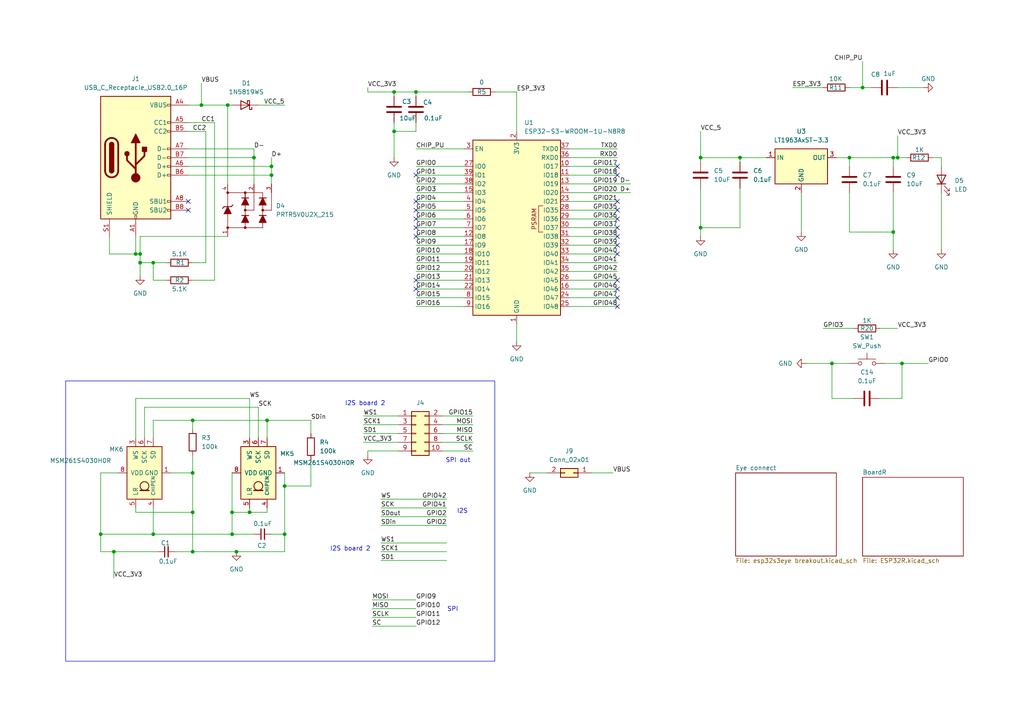
<source format=kicad_sch>
(kicad_sch (version 20231120) (generator "eeschema") (generator_version "8.0")
  (paper "A4")
  (title_block (title "ESP32 S3 IRL Subtitles Glasses") (rev "3.1") (comment 1 "Right Board"))
  (lib_symbols
    (symbol "CMM-4030D-261-I2S-TR:CMM-4030D-261-I2S-TR" (pin_names (offset 1.016))
      (property "Reference" "MK" (at -6.35 4.826 0))
      (property "Value" "CMM-4030D-261-I2S-TR" (at 2.794 -9.144 0))
      (symbol "CMM-4030D-261-I2S-TR_1_0"
        (pin input line (at -8.89 -3.81 0) (length 2.54) (name "CHIPEN") (number "4"))
      )
      (symbol "CMM-4030D-261-I2S-TR_1_1"
        (rectangle (start -6.35 3.81) (end 8.89 -6.35) (stroke (width 0.254)) (fill (type background)))
        (circle (center -2.54 -1.27) (radius 1.27) (stroke (width 0.254)))
        (polyline (pts (xy -3.81 0) (xy -3.81 -2.54)) (stroke (width 0.381)))
        (pin power_in line (at 1.27 -8.89 90) (length 2.54) (name "GND") (number "1"))
        (pin input line (at 11.43 1.27 180) (length 2.54) (name "WS") (number "3"))
        (pin input line (at -8.89 1.27 0) (length 2.54) (name "LR") (number "5"))
        (pin input line (at 11.43 -1.27 180) (length 2.54) (name "SCK") (number "6"))
        (pin output line (at 11.43 -3.81 180) (length 2.54) (name "SD") (number "7"))
        (pin power_in line (at 1.27 6.35 270) (length 2.54) (name "VDD") (number "8"))
      )
    )
    (symbol "CMM-4030D-261-I2S-TR_1" (pin_names (offset 1.016))
      (property "Reference" "MK" (at -6.35 4.826 0))
      (property "Value" "CMM-4030D-261-I2S-TR" (at 2.794 -9.144 0))
      (symbol "CMM-4030D-261-I2S-TR_1_1_0"
        (pin input line (at -8.89 -3.81 0) (length 2.54) (name "CHIPEN") (number "4"))
      )
      (symbol "CMM-4030D-261-I2S-TR_1_1_1"
        (rectangle (start -6.35 3.81) (end 8.89 -6.35) (stroke (width 0.254)) (fill (type background)))
        (circle (center -2.54 -1.27) (radius 1.27) (stroke (width 0.254)))
        (polyline (pts (xy -3.81 0) (xy -3.81 -2.54)) (stroke (width 0.381)))
        (pin power_in line (at 1.27 -8.89 90) (length 2.54) (name "GND") (number "1"))
        (pin input line (at 11.43 1.27 180) (length 2.54) (name "WS") (number "3"))
        (pin input line (at -8.89 1.27 0) (length 2.54) (name "LR") (number "5"))
        (pin input line (at 11.43 -1.27 180) (length 2.54) (name "SCK") (number "6"))
        (pin output line (at 11.43 -3.81 180) (length 2.54) (name "SD") (number "7"))
        (pin power_in line (at 1.27 6.35 270) (length 2.54) (name "VDD") (number "8"))
      )
    )
    (symbol "Connector:USB_C_Receptacle_USB2.0_16P" (pin_names (offset 1.016))
      (property "Reference" "J" (at 0 22.225 0))
      (property "Value" "USB_C_Receptacle_USB2.0_16P" (at 0 19.685 0))
      (symbol "USB_C_Receptacle_USB2.0_16P_0_0"
        (rectangle (start -0.254 -17.78) (end 0.254 -16.764))
        (rectangle (start 10.16 -14.986) (end 9.144 -15.494))
        (rectangle (start 10.16 -12.446) (end 9.144 -12.954))
        (rectangle (start 10.16 -4.826) (end 9.144 -5.334))
        (rectangle (start 10.16 -2.286) (end 9.144 -2.794))
        (rectangle (start 10.16 0.254) (end 9.144 -0.254))
        (rectangle (start 10.16 2.794) (end 9.144 2.286))
        (rectangle (start 10.16 7.874) (end 9.144 7.366))
        (rectangle (start 10.16 10.414) (end 9.144 9.906))
        (rectangle (start 10.16 15.494) (end 9.144 14.986))
      )
      (symbol "USB_C_Receptacle_USB2.0_16P_0_1"
        (rectangle (start -10.16 17.78) (end 10.16 -17.78) (stroke (width 0.254)) (fill (type background)))
        (arc (start -8.89 -3.81) (mid -6.985 -5.7067) (end -5.08 -3.81) (stroke (width 0.508)))
        (arc (start -7.62 -3.81) (mid -6.985 -4.4423) (end -6.35 -3.81) (stroke (width 0.254)))
        (arc (start -7.62 -3.81) (mid -6.985 -4.4423) (end -6.35 -3.81) (stroke (width 0.254)) (fill (type outline)))
        (rectangle (start -7.62 -3.81) (end -6.35 3.81) (stroke (width 0.254)) (fill (type outline)))
        (arc (start -6.35 3.81) (mid -6.985 4.4423) (end -7.62 3.81) (stroke (width 0.254)))
        (arc (start -6.35 3.81) (mid -6.985 4.4423) (end -7.62 3.81) (stroke (width 0.254)) (fill (type outline)))
        (arc (start -5.08 3.81) (mid -6.985 5.7067) (end -8.89 3.81) (stroke (width 0.508)))
        (circle (center -2.54 1.143) (radius 0.635) (stroke (width 0.254)) (fill (type outline)))
        (circle (center 0 -5.842) (radius 1.27) (fill (type outline)))
        (polyline (pts (xy -8.89 -3.81) (xy -8.89 3.81)) (stroke (width 0.508)))
        (polyline (pts (xy -5.08 3.81) (xy -5.08 -3.81)) (stroke (width 0.508)))
        (polyline (pts (xy 0 -5.842) (xy 0 4.318)) (stroke (width 0.508)))
        (polyline (pts (xy 0 -3.302) (xy -2.54 -0.762) (xy -2.54 0.508)) (stroke (width 0.508)))
        (polyline (pts (xy 0 -2.032) (xy 2.54 0.508) (xy 2.54 1.778)) (stroke (width 0.508)))
        (polyline (pts (xy -1.27 4.318) (xy 0 6.858) (xy 1.27 4.318) (xy -1.27 4.318)) (stroke (width 0.254)) (fill (type outline)))
        (rectangle (start 1.905 1.778) (end 3.175 3.048) (stroke (width 0.254)) (fill (type outline)))
      )
      (symbol "USB_C_Receptacle_USB2.0_16P_1_1"
        (pin passive line (at 0 -22.86 90) (length 5.08) (name "GND") (number "A1"))
        (pin passive line (at 0 -22.86 90) (length 5.08) hide (name "GND") (number "A12"))
        (pin passive line (at 15.24 15.24 180) (length 5.08) (name "VBUS") (number "A4"))
        (pin bidirectional line (at 15.24 10.16 180) (length 5.08) (name "CC1") (number "A5"))
        (pin bidirectional line (at 15.24 -2.54 180) (length 5.08) (name "D+") (number "A6"))
        (pin bidirectional line (at 15.24 2.54 180) (length 5.08) (name "D-") (number "A7"))
        (pin bidirectional line (at 15.24 -12.7 180) (length 5.08) (name "SBU1") (number "A8"))
        (pin passive line (at 15.24 15.24 180) (length 5.08) hide (name "VBUS") (number "A9"))
        (pin passive line (at 0 -22.86 90) (length 5.08) hide (name "GND") (number "B1"))
        (pin passive line (at 0 -22.86 90) (length 5.08) hide (name "GND") (number "B12"))
        (pin passive line (at 15.24 15.24 180) (length 5.08) hide (name "VBUS") (number "B4"))
        (pin bidirectional line (at 15.24 7.62 180) (length 5.08) (name "CC2") (number "B5"))
        (pin bidirectional line (at 15.24 -5.08 180) (length 5.08) (name "D+") (number "B6"))
        (pin bidirectional line (at 15.24 0 180) (length 5.08) (name "D-") (number "B7"))
        (pin bidirectional line (at 15.24 -15.24 180) (length 5.08) (name "SBU2") (number "B8"))
        (pin passive line (at 15.24 15.24 180) (length 5.08) hide (name "VBUS") (number "B9"))
        (pin passive line (at -7.62 -22.86 90) (length 5.08) (name "SHIELD") (number "S1"))
      )
    )
    (symbol "Connector_Generic:Conn_02x01" (pin_names (offset 1.016) hide)
      (property "Reference" "J" (at 1.27 2.54 0))
      (property "Value" "Conn_02x01" (at 1.27 -2.54 0))
      (symbol "Conn_02x01_1_1"
        (rectangle (start -1.27 0.127) (end 0 -0.127) (stroke (width 0.1524)))
        (rectangle (start -1.27 1.27) (end 3.81 -1.27) (stroke (width 0.254)) (fill (type background)))
        (rectangle (start 3.81 0.127) (end 2.54 -0.127) (stroke (width 0.1524)))
        (pin passive line (at -5.08 0 0) (length 3.81) (name "Pin_1") (number "1"))
        (pin passive line (at 7.62 0 180) (length 3.81) (name "Pin_2") (number "2"))
      )
    )
    (symbol "Connector_Generic:Conn_02x05_Odd_Even" (pin_names (offset 1.016) hide)
      (property "Reference" "J" (at 1.27 7.62 0))
      (property "Value" "Conn_02x05_Odd_Even" (at 1.27 -7.62 0))
      (symbol "Conn_02x05_Odd_Even_1_1"
        (rectangle (start -1.27 -4.953) (end 0 -5.207) (stroke (width 0.1524)))
        (rectangle (start -1.27 -2.413) (end 0 -2.667) (stroke (width 0.1524)))
        (rectangle (start -1.27 0.127) (end 0 -0.127) (stroke (width 0.1524)))
        (rectangle (start -1.27 2.667) (end 0 2.413) (stroke (width 0.1524)))
        (rectangle (start -1.27 5.207) (end 0 4.953) (stroke (width 0.1524)))
        (rectangle (start -1.27 6.35) (end 3.81 -6.35) (stroke (width 0.254)) (fill (type background)))
        (rectangle (start 3.81 -4.953) (end 2.54 -5.207) (stroke (width 0.1524)))
        (rectangle (start 3.81 -2.413) (end 2.54 -2.667) (stroke (width 0.1524)))
        (rectangle (start 3.81 0.127) (end 2.54 -0.127) (stroke (width 0.1524)))
        (rectangle (start 3.81 2.667) (end 2.54 2.413) (stroke (width 0.1524)))
        (rectangle (start 3.81 5.207) (end 2.54 4.953) (stroke (width 0.1524)))
        (pin passive line (at -5.08 5.08 0) (length 3.81) (name "Pin_1") (number "1"))
        (pin passive line (at 7.62 -5.08 180) (length 3.81) (name "Pin_10") (number "10"))
        (pin passive line (at 7.62 5.08 180) (length 3.81) (name "Pin_2") (number "2"))
        (pin passive line (at -5.08 2.54 0) (length 3.81) (name "Pin_3") (number "3"))
        (pin passive line (at 7.62 2.54 180) (length 3.81) (name "Pin_4") (number "4"))
        (pin passive line (at -5.08 0 0) (length 3.81) (name "Pin_5") (number "5"))
        (pin passive line (at 7.62 0 180) (length 3.81) (name "Pin_6") (number "6"))
        (pin passive line (at -5.08 -2.54 0) (length 3.81) (name "Pin_7") (number "7"))
        (pin passive line (at 7.62 -2.54 180) (length 3.81) (name "Pin_8") (number "8"))
        (pin passive line (at -5.08 -5.08 0) (length 3.81) (name "Pin_9") (number "9"))
      )
    )
    (symbol "Device:C" (pin_numbers hide) (pin_names (offset 0.254))
      (property "Reference" "C" (at 0.635 2.54 0))
      (property "Value" "C" (at 0.635 -2.54 0))
      (symbol "C_0_1"
        (polyline (pts (xy -2.032 -0.762) (xy 2.032 -0.762)) (stroke (width 0.508)))
        (polyline (pts (xy -2.032 0.762) (xy 2.032 0.762)) (stroke (width 0.508)))
      )
      (symbol "C_1_1"
        (pin passive line (at 0 3.81 270) (length 2.794) (name "~") (number "1"))
        (pin passive line (at 0 -3.81 90) (length 2.794) (name "~") (number "2"))
      )
    )
    (symbol "Device:C_Small" (pin_numbers hide) (pin_names (offset 0.254) hide)
      (property "Reference" "C" (at 0.254 1.778 0))
      (property "Value" "C_Small" (at 0.254 -2.032 0))
      (symbol "C_Small_0_1"
        (polyline (pts (xy -1.524 -0.508) (xy 1.524 -0.508)) (stroke (width 0.3302)))
        (polyline (pts (xy -1.524 0.508) (xy 1.524 0.508)) (stroke (width 0.3048)))
      )
      (symbol "C_Small_1_1"
        (pin passive line (at 0 2.54 270) (length 2.032) (name "~") (number "1"))
        (pin passive line (at 0 -2.54 90) (length 2.032) (name "~") (number "2"))
      )
    )
    (symbol "Device:LED" (pin_numbers hide) (pin_names (offset 1.016) hide)
      (property "Reference" "D" (at 0 2.54 0))
      (property "Value" "LED" (at 0 -2.54 0))
      (symbol "LED_0_1"
        (polyline (pts (xy -1.27 -1.27) (xy -1.27 1.27)) (stroke (width 0.254)))
        (polyline (pts (xy -1.27 0) (xy 1.27 0)))
        (polyline (pts (xy 1.27 -1.27) (xy 1.27 1.27) (xy -1.27 0) (xy 1.27 -1.27)) (stroke (width 0.254)))
        (polyline (pts (xy -3.048 -0.762) (xy -4.572 -2.286) (xy -3.81 -2.286) (xy -4.572 -2.286) (xy -4.572 -1.524)))
        (polyline (pts (xy -1.778 -0.762) (xy -3.302 -2.286) (xy -2.54 -2.286) (xy -3.302 -2.286) (xy -3.302 -1.524)))
      )
      (symbol "LED_1_1"
        (pin passive line (at -3.81 0 0) (length 2.54) (name "K") (number "1"))
        (pin passive line (at 3.81 0 180) (length 2.54) (name "A") (number "2"))
      )
    )
    (symbol "Device:R" (pin_numbers hide) (pin_names (offset 0))
      (property "Reference" "R" (at 2.032 0 90))
      (property "Value" "R" (at 0 0 90))
      (symbol "R_0_1"
        (rectangle (start -1.016 -2.54) (end 1.016 2.54) (stroke (width 0.254)))
      )
      (symbol "R_1_1"
        (pin passive line (at 0 3.81 270) (length 1.27) (name "~") (number "1"))
        (pin passive line (at 0 -3.81 90) (length 1.27) (name "~") (number "2"))
      )
    )
    (symbol "Diode:1N5819WS" (pin_numbers hide) (pin_names (offset 1.016) hide)
      (property "Reference" "D" (at 0 2.54 0))
      (property "Value" "1N5819WS" (at 0 -2.54 0))
      (symbol "1N5819WS_0_1"
        (polyline (pts (xy 1.27 0) (xy -1.27 0)))
        (polyline (pts (xy 1.27 1.27) (xy 1.27 -1.27) (xy -1.27 0) (xy 1.27 1.27)) (stroke (width 0.254)))
        (polyline (pts (xy -1.905 0.635) (xy -1.905 1.27) (xy -1.27 1.27) (xy -1.27 -1.27) (xy -0.635 -1.27) (xy -0.635 -0.635)) (stroke (width 0.254)))
      )
      (symbol "1N5819WS_1_1"
        (pin passive line (at -3.81 0 0) (length 2.54) (name "K") (number "1"))
        (pin passive line (at 3.81 0 180) (length 2.54) (name "A") (number "2"))
      )
    )
    (symbol "PRTR5V0U2X_215:PRTR5V0U2X_215" (pin_names (offset 1.016))
      (property "Reference" "D" (at -2.5474 -7.5404 0))
      (property "Value" "PRTR5V0U2X_215" (at -2.543 -10.3245 0))
      (symbol "PRTR5V0U2X_215_0_0"
        (circle (center -5.08 -5.08) (radius 0.254) (stroke (width 0.254)))
        (circle (center -5.08 5.08) (radius 0.254) (stroke (width 0.254)))
        (circle (center 0 -5.08) (radius 0.254) (stroke (width 0.254)))
        (polyline (pts (xy -6.096 1.016) (xy -6.604 0.508)) (stroke (width 0.254)))
        (polyline (pts (xy -6.096 1.016) (xy -5.08 1.016)) (stroke (width 0.254)))
        (polyline (pts (xy -5.08 -1.016) (xy -5.08 -7.62)) (stroke (width 0.1524)))
        (polyline (pts (xy -5.08 1.016) (xy -5.08 7.62)) (stroke (width 0.1524)))
        (polyline (pts (xy -5.08 1.016) (xy -4.064 1.016)) (stroke (width 0.254)))
        (polyline (pts (xy -4.064 1.016) (xy -3.556 1.524)) (stroke (width 0.254)))
        (polyline (pts (xy -1.016 -1.524) (xy 0 -1.524)) (stroke (width 0.254)))
        (polyline (pts (xy -1.016 3.556) (xy 0 3.556)) (stroke (width 0.254)))
        (polyline (pts (xy 0 -5.08) (xy -5.08 -5.08)) (stroke (width 0.1524)))
        (polyline (pts (xy 0 -3.556) (xy 0 -5.08)) (stroke (width 0.1524)))
        (polyline (pts (xy 0 -1.524) (xy 0 0)) (stroke (width 0.1524)))
        (polyline (pts (xy 0 -1.524) (xy 1.016 -1.524)) (stroke (width 0.254)))
        (polyline (pts (xy 0 0) (xy 0 1.524)) (stroke (width 0.1524)))
        (polyline (pts (xy 0 0) (xy 2.54 0)) (stroke (width 0.1524)))
        (polyline (pts (xy 0 3.556) (xy 0 5.08)) (stroke (width 0.254)))
        (polyline (pts (xy 0 3.556) (xy 1.016 3.556)) (stroke (width 0.254)))
        (polyline (pts (xy 0 5.08) (xy -5.08 5.08)) (stroke (width 0.1524)))
        (polyline (pts (xy 2.54 0) (xy 2.54 7.62)) (stroke (width 0.1524)))
        (polyline (pts (xy 4.064 -1.524) (xy 5.08 -1.524)) (stroke (width 0.254)))
        (polyline (pts (xy 4.064 3.556) (xy 5.08 3.556)) (stroke (width 0.254)))
        (polyline (pts (xy 5.08 -5.08) (xy 0 -5.08)) (stroke (width 0.1524)))
        (polyline (pts (xy 5.08 -3.556) (xy 5.08 -5.08)) (stroke (width 0.1524)))
        (polyline (pts (xy 5.08 -1.524) (xy 5.08 0)) (stroke (width 0.1524)))
        (polyline (pts (xy 5.08 -1.524) (xy 6.096 -1.524)) (stroke (width 0.254)))
        (polyline (pts (xy 5.08 0) (xy 5.08 1.524)) (stroke (width 0.1524)))
        (polyline (pts (xy 5.08 0) (xy 7.62 0)) (stroke (width 0.1524)))
        (polyline (pts (xy 5.08 3.556) (xy 5.08 5.08)) (stroke (width 0.1524)))
        (polyline (pts (xy 5.08 3.556) (xy 6.096 3.556)) (stroke (width 0.254)))
        (polyline (pts (xy 5.08 5.08) (xy 0 5.08)) (stroke (width 0.1524)))
        (polyline (pts (xy 7.62 0) (xy 7.62 7.62)) (stroke (width 0.1524)))
        (polyline (pts (xy -6.096 -1.016) (xy -5.08 1.016) (xy -4.064 -1.016) (xy -6.096 -1.016)) (stroke (width 0.254)) (fill (type outline)))
        (polyline (pts (xy -1.016 -3.556) (xy 0 -1.524) (xy 1.016 -3.556) (xy -1.016 -3.556)) (stroke (width 0.254)) (fill (type outline)))
        (polyline (pts (xy -1.016 1.524) (xy 0 3.556) (xy 1.016 1.524) (xy -1.016 1.524)) (stroke (width 0.254)) (fill (type outline)))
        (polyline (pts (xy 4.064 -3.556) (xy 5.08 -1.524) (xy 6.096 -3.556) (xy 4.064 -3.556)) (stroke (width 0.254)) (fill (type outline)))
        (polyline (pts (xy 4.064 1.524) (xy 5.08 3.556) (xy 6.096 1.524) (xy 4.064 1.524)) (stroke (width 0.254)) (fill (type outline)))
        (circle (center 0 0) (radius 0.254) (stroke (width 0.254)))
        (circle (center 0 5.08) (radius 0.254) (stroke (width 0.254)))
        (circle (center 5.08 0) (radius 0.254) (stroke (width 0.254)))
        (pin passive line (at -5.08 -7.62 90) (length 2.54) (name "~") (number "1"))
        (pin passive line (at 2.54 7.62 270) (length 2.54) (name "~") (number "2"))
        (pin passive line (at 7.62 7.62 270) (length 2.54) (name "~") (number "3"))
        (pin passive line (at -5.08 7.62 270) (length 2.54) (name "~") (number "4"))
      )
    )
    (symbol "RF_Module:ESP32-S3-WROOM-1"
      (property "Reference" "U" (at -12.7 26.67 0))
      (property "Value" "ESP32-S3-WROOM-1" (at 12.7 26.67 0))
      (symbol "ESP32-S3-WROOM-1_0_0"
        (rectangle (start -12.7 25.4) (end 12.7 -25.4) (stroke (width 0.254)) (fill (type background)))
        (text "PSRAM" (at 5.08 2.54 900) (effects (font (size 1.27 1.27))))
      )
      (symbol "ESP32-S3-WROOM-1_0_1"
        (polyline (pts (xy 7.62 -1.27) (xy 6.35 -1.27) (xy 6.35 6.35) (xy 7.62 6.35)))
      )
      (symbol "ESP32-S3-WROOM-1_1_1"
        (pin power_in line (at 0 -27.94 90) (length 2.54) (name "GND") (number "1"))
        (pin bidirectional line (at 15.24 17.78 180) (length 2.54) (name "IO17") (number "10"))
        (pin bidirectional line (at 15.24 15.24 180) (length 2.54) (name "IO18") (number "11"))
        (pin bidirectional line (at -15.24 -2.54 0) (length 2.54) (name "IO8") (number "12"))
        (pin bidirectional line (at 15.24 12.7 180) (length 2.54) (name "IO19") (number "13"))
        (pin bidirectional line (at 15.24 10.16 180) (length 2.54) (name "IO20") (number "14"))
        (pin bidirectional line (at -15.24 10.16 0) (length 2.54) (name "IO3") (number "15"))
        (pin bidirectional line (at 15.24 -17.78 180) (length 2.54) (name "IO46") (number "16"))
        (pin bidirectional line (at -15.24 -5.08 0) (length 2.54) (name "IO9") (number "17"))
        (pin bidirectional line (at -15.24 -7.62 0) (length 2.54) (name "IO10") (number "18"))
        (pin bidirectional line (at -15.24 -10.16 0) (length 2.54) (name "IO11") (number "19"))
        (pin power_in line (at 0 27.94 270) (length 2.54) (name "3V3") (number "2"))
        (pin bidirectional line (at -15.24 -12.7 0) (length 2.54) (name "IO12") (number "20"))
        (pin bidirectional line (at -15.24 -15.24 0) (length 2.54) (name "IO13") (number "21"))
        (pin bidirectional line (at -15.24 -17.78 0) (length 2.54) (name "IO14") (number "22"))
        (pin bidirectional line (at 15.24 7.62 180) (length 2.54) (name "IO21") (number "23"))
        (pin bidirectional line (at 15.24 -20.32 180) (length 2.54) (name "IO47") (number "24"))
        (pin bidirectional line (at 15.24 -22.86 180) (length 2.54) (name "IO48") (number "25"))
        (pin bidirectional line (at 15.24 -15.24 180) (length 2.54) (name "IO45") (number "26"))
        (pin bidirectional line (at -15.24 17.78 0) (length 2.54) (name "IO0") (number "27"))
        (pin bidirectional line (at 15.24 5.08 180) (length 2.54) (name "IO35") (number "28"))
        (pin bidirectional line (at 15.24 2.54 180) (length 2.54) (name "IO36") (number "29"))
        (pin input line (at -15.24 22.86 0) (length 2.54) (name "EN") (number "3"))
        (pin bidirectional line (at 15.24 0 180) (length 2.54) (name "IO37") (number "30"))
        (pin bidirectional line (at 15.24 -2.54 180) (length 2.54) (name "IO38") (number "31"))
        (pin bidirectional line (at 15.24 -5.08 180) (length 2.54) (name "IO39") (number "32"))
        (pin bidirectional line (at 15.24 -7.62 180) (length 2.54) (name "IO40") (number "33"))
        (pin bidirectional line (at 15.24 -10.16 180) (length 2.54) (name "IO41") (number "34"))
        (pin bidirectional line (at 15.24 -12.7 180) (length 2.54) (name "IO42") (number "35"))
        (pin bidirectional line (at 15.24 20.32 180) (length 2.54) (name "RXD0") (number "36"))
        (pin bidirectional line (at 15.24 22.86 180) (length 2.54) (name "TXD0") (number "37"))
        (pin bidirectional line (at -15.24 12.7 0) (length 2.54) (name "IO2") (number "38"))
        (pin bidirectional line (at -15.24 15.24 0) (length 2.54) (name "IO1") (number "39"))
        (pin bidirectional line (at -15.24 7.62 0) (length 2.54) (name "IO4") (number "4"))
        (pin passive line (at 0 -27.94 90) (length 2.54) hide (name "GND") (number "40"))
        (pin passive line (at 0 -27.94 90) (length 2.54) hide (name "GND") (number "41"))
        (pin bidirectional line (at -15.24 5.08 0) (length 2.54) (name "IO5") (number "5"))
        (pin bidirectional line (at -15.24 2.54 0) (length 2.54) (name "IO6") (number "6"))
        (pin bidirectional line (at -15.24 0 0) (length 2.54) (name "IO7") (number "7"))
        (pin bidirectional line (at -15.24 -20.32 0) (length 2.54) (name "IO15") (number "8"))
        (pin bidirectional line (at -15.24 -22.86 0) (length 2.54) (name "IO16") (number "9"))
      )
    )
    (symbol "Regulator_Linear:LT1963AxST-3.3"
      (property "Reference" "U2" (at 0 10.16 0))
      (property "Value" "LT1963AxST-3.3" (at 0 7.62 0))
      (symbol "LT1963AxST-3.3_0_1"
        (rectangle (start -7.62 5.08) (end 7.62 -5.08) (stroke (width 0.254)) (fill (type background)))
      )
      (symbol "LT1963AxST-3.3_1_1"
        (pin power_in line (at -10.16 2.54 0) (length 2.54) (name "IN") (number "1"))
        (pin power_in line (at 0 -7.62 90) (length 2.54) (name "GND") (number "2"))
        (pin power_out line (at 10.16 2.54 180) (length 2.54) (name "OUT") (number "3"))
        (pin power_in line (at 0 -7.62 90) (length 2.54) hide (name "GND") (number "4"))
      )
    )
    (symbol "Switch:SW_Push" (pin_numbers hide) (pin_names (offset 1.016) hide)
      (property "Reference" "SW" (at 1.27 2.54 0))
      (property "Value" "SW_Push" (at 0 -1.524 0))
      (symbol "SW_Push_0_1"
        (circle (center -2.032 0) (radius 0.508))
        (polyline (pts (xy 0 1.27) (xy 0 3.048)))
        (polyline (pts (xy 2.54 1.27) (xy -2.54 1.27)))
        (circle (center 2.032 0) (radius 0.508))
        (pin passive line (at -5.08 0 0) (length 2.54) (name "1") (number "1"))
        (pin passive line (at 5.08 0 180) (length 2.54) (name "2") (number "2"))
      )
    )
    (symbol "power:GND" (power) (pin_numbers hide) (pin_names (offset 0) hide)
      (property "Value" "GND" (at 0 -3.81 0))
      (symbol "GND_0_1"
        (polyline (pts (xy 0 0) (xy 0 -1.27) (xy 1.27 -1.27) (xy 0 -2.54) (xy -1.27 -1.27) (xy 0 -1.27)))
      )
      (symbol "GND_1_1"
        (pin power_in line (at 0 0 270) (length 0) (name "~") (number "1"))
      )
    )
  )
  (junction (at 33.02 160.02))
  (junction (at 260.35 45.72))
  (junction (at 120.65 26.67))
  (junction (at 55.88 121.92))
  (junction (at 72.39 148.59))
  (junction (at 261.62 105.41))
  (junction (at 68.58 160.02))
  (junction (at 78.74 50.8))
  (junction (at 82.55 140.97))
  (junction (at 82.55 154.94))
  (junction (at 55.88 160.02))
  (junction (at 250.19 25.4))
  (junction (at 67.31 154.94))
  (junction (at 40.64 73.66))
  (junction (at 44.45 154.94))
  (junction (at 29.21 154.94))
  (junction (at 259.08 67.31))
  (junction (at 39.37 73.66))
  (junction (at 73.66 45.72))
  (junction (at 55.88 148.59))
  (junction (at 58.42 30.48))
  (junction (at 44.45 76.2))
  (junction (at 67.31 148.59))
  (junction (at 203.2 45.72))
  (junction (at 114.3 26.67))
  (junction (at 40.64 76.2))
  (junction (at 246.38 45.72))
  (junction (at 77.47 121.92))
  (junction (at 114.3 38.1))
  (junction (at 66.04 30.48))
  (junction (at 214.63 45.72))
  (junction (at 259.08 45.72))
  (junction (at 78.74 48.26))
  (junction (at 241.3 105.41))
  (junction (at 203.2 66.04))
  (junction (at 55.88 137.16))
  (no_connect (at 179.07 88.9))
  (no_connect (at 120.65 50.8))
  (no_connect (at 120.65 83.82))
  (no_connect (at 179.07 81.28))
  (no_connect (at 179.07 66.04))
  (no_connect (at 179.07 58.42))
  (no_connect (at 120.65 60.96))
  (no_connect (at 179.07 68.58))
  (no_connect (at 179.07 60.96))
  (no_connect (at 179.07 50.8))
  (no_connect (at 179.07 71.12))
  (no_connect (at 120.65 81.28))
  (no_connect (at 54.61 60.96))
  (no_connect (at 179.07 73.66))
  (no_connect (at 120.65 58.42))
  (no_connect (at 179.07 83.82))
  (no_connect (at 179.07 86.36))
  (no_connect (at 120.65 68.58))
  (no_connect (at 179.07 48.26))
  (no_connect (at 120.65 63.5))
  (no_connect (at 120.65 66.04))
  (no_connect (at 179.07 63.5))
  (no_connect (at 54.61 58.42))
  (wire (pts (xy 55.88 121.92) (xy 77.47 121.92)))
  (wire (pts (xy 260.35 39.37) (xy 260.35 45.72)))
  (wire (pts (xy 120.65 63.5) (xy 134.62 63.5)))
  (wire (pts (xy 54.61 45.72) (xy 73.66 45.72)))
  (wire (pts (xy 55.88 132.08) (xy 55.88 137.16)))
  (wire (pts (xy 77.47 121.92) (xy 77.47 127)))
  (wire (pts (xy 120.65 83.82) (xy 134.62 83.82)))
  (wire (pts (xy 40.64 76.2) (xy 40.64 73.66)))
  (wire (pts (xy 120.65 68.58) (xy 134.62 68.58)))
  (wire (pts (xy 110.49 147.32) (xy 129.54 147.32)))
  (wire (pts (xy 143.51 26.67) (xy 149.86 26.67)))
  (wire (pts (xy 259.08 67.31) (xy 259.08 72.39)))
  (wire (pts (xy 120.65 26.67) (xy 135.89 26.67)))
  (wire (pts (xy 54.61 38.1) (xy 59.69 38.1)))
  (wire (pts (xy 120.65 88.9) (xy 134.62 88.9)))
  (wire (pts (xy 115.57 120.65) (xy 105.41 120.65)))
  (wire (pts (xy 165.1 53.34) (xy 182.88 53.34)))
  (wire (pts (xy 246.38 45.72) (xy 246.38 48.26)))
  (wire (pts (xy 55.88 137.16) (xy 55.88 148.59)))
  (wire (pts (xy 62.23 35.56) (xy 62.23 81.28)))
  (wire (pts (xy 40.64 76.2) (xy 44.45 76.2)))
  (wire (pts (xy 246.38 55.88) (xy 246.38 67.31)))
  (wire (pts (xy 247.65 115.57) (xy 241.3 115.57)))
  (wire (pts (xy 259.08 55.88) (xy 259.08 67.31)))
  (wire (pts (xy 41.91 118.11) (xy 74.93 118.11)))
  (wire (pts (xy 66.04 30.48) (xy 67.31 30.48)))
  (wire (pts (xy 203.2 46.99) (xy 203.2 45.72)))
  (wire (pts (xy 137.16 128.27) (xy 128.27 128.27)))
  (wire (pts (xy 165.1 81.28) (xy 179.07 81.28)))
  (wire (pts (xy 273.05 55.88) (xy 273.05 72.39)))
  (wire (pts (xy 39.37 148.59) (xy 55.88 148.59)))
  (wire (pts (xy 39.37 73.66) (xy 40.64 73.66)))
  (wire (pts (xy 39.37 68.58) (xy 39.37 73.66)))
  (wire (pts (xy 72.39 127) (xy 72.39 115.57)))
  (wire (pts (xy 120.65 35.56) (xy 120.65 38.1)))
  (wire (pts (xy 120.65 26.67) (xy 120.65 27.94)))
  (wire (pts (xy 107.95 173.99) (xy 120.65 173.99)))
  (wire (pts (xy 66.04 30.48) (xy 66.04 53.34)))
  (wire (pts (xy 241.3 105.41) (xy 246.38 105.41)))
  (wire (pts (xy 128.27 123.19) (xy 137.16 123.19)))
  (wire (pts (xy 62.23 81.28) (xy 55.88 81.28)))
  (wire (pts (xy 165.1 71.12) (xy 179.07 71.12)))
  (wire (pts (xy 44.45 121.92) (xy 55.88 121.92)))
  (wire (pts (xy 67.31 148.59) (xy 67.31 154.94)))
  (wire (pts (xy 214.63 66.04) (xy 203.2 66.04)))
  (wire (pts (xy 73.66 45.72) (xy 73.66 53.34)))
  (wire (pts (xy 229.87 25.4) (xy 238.76 25.4)))
  (wire (pts (xy 114.3 26.67) (xy 120.65 26.67)))
  (wire (pts (xy 171.45 137.16) (xy 177.8 137.16)))
  (wire (pts (xy 120.65 81.28) (xy 134.62 81.28)))
  (wire (pts (xy 203.2 54.61) (xy 203.2 66.04)))
  (wire (pts (xy 105.41 128.27) (xy 115.57 128.27)))
  (wire (pts (xy 77.47 147.32) (xy 77.47 148.59)))
  (wire (pts (xy 54.61 35.56) (xy 62.23 35.56)))
  (wire (pts (xy 54.61 50.8) (xy 78.74 50.8)))
  (wire (pts (xy 106.68 25.4) (xy 106.68 26.67)))
  (wire (pts (xy 67.31 148.59) (xy 72.39 148.59)))
  (wire (pts (xy 72.39 147.32) (xy 72.39 148.59)))
  (wire (pts (xy 82.55 140.97) (xy 90.17 140.97)))
  (wire (pts (xy 67.31 148.59) (xy 67.31 137.16)))
  (wire (pts (xy 110.49 162.56) (xy 129.54 162.56)))
  (wire (pts (xy 114.3 38.1) (xy 114.3 45.72)))
  (wire (pts (xy 241.3 105.41) (xy 241.3 115.57)))
  (wire (pts (xy 54.61 48.26) (xy 78.74 48.26)))
  (wire (pts (xy 106.68 26.67) (xy 114.3 26.67)))
  (wire (pts (xy 232.41 55.88) (xy 232.41 67.31)))
  (wire (pts (xy 165.1 76.2) (xy 179.07 76.2)))
  (wire (pts (xy 259.08 45.72) (xy 260.35 45.72)))
  (wire (pts (xy 242.57 45.72) (xy 246.38 45.72)))
  (wire (pts (xy 55.88 148.59) (xy 55.88 160.02)))
  (wire (pts (xy 120.65 38.1) (xy 114.3 38.1)))
  (wire (pts (xy 68.58 160.02) (xy 82.55 160.02)))
  (wire (pts (xy 110.49 144.78) (xy 129.54 144.78)))
  (wire (pts (xy 120.65 58.42) (xy 134.62 58.42)))
  (wire (pts (xy 260.35 25.4) (xy 267.97 25.4)))
  (wire (pts (xy 110.49 160.02) (xy 129.54 160.02)))
  (wire (pts (xy 59.69 76.2) (xy 55.88 76.2)))
  (wire (pts (xy 179.07 50.8) (xy 165.1 50.8)))
  (wire (pts (xy 260.35 45.72) (xy 262.89 45.72)))
  (wire (pts (xy 165.1 86.36) (xy 179.07 86.36)))
  (wire (pts (xy 48.26 81.28) (xy 44.45 81.28)))
  (wire (pts (xy 149.86 93.98) (xy 149.86 99.06)))
  (wire (pts (xy 153.67 137.16) (xy 158.75 137.16)))
  (wire (pts (xy 29.21 160.02) (xy 29.21 154.94)))
  (wire (pts (xy 120.65 78.74) (xy 134.62 78.74)))
  (wire (pts (xy 44.45 76.2) (xy 48.26 76.2)))
  (wire (pts (xy 77.47 121.92) (xy 90.17 121.92)))
  (wire (pts (xy 106.68 130.81) (xy 106.68 132.08)))
  (wire (pts (xy 58.42 30.48) (xy 66.04 30.48)))
  (wire (pts (xy 107.95 179.07) (xy 120.65 179.07)))
  (wire (pts (xy 120.65 66.04) (xy 134.62 66.04)))
  (wire (pts (xy 40.64 80.01) (xy 40.64 76.2)))
  (wire (pts (xy 114.3 35.56) (xy 114.3 38.1)))
  (wire (pts (xy 78.74 45.72) (xy 78.74 48.26)))
  (wire (pts (xy 74.93 30.48) (xy 82.55 30.48)))
  (wire (pts (xy 165.1 60.96) (xy 179.07 60.96)))
  (wire (pts (xy 246.38 25.4) (xy 250.19 25.4)))
  (wire (pts (xy 114.3 26.67) (xy 114.3 27.94)))
  (wire (pts (xy 165.1 45.72) (xy 179.07 45.72)))
  (wire (pts (xy 44.45 154.94) (xy 67.31 154.94)))
  (wire (pts (xy 82.55 154.94) (xy 82.55 140.97)))
  (wire (pts (xy 33.02 167.64) (xy 33.02 160.02)))
  (wire (pts (xy 120.65 55.88) (xy 134.62 55.88)))
  (wire (pts (xy 261.62 115.57) (xy 261.62 105.41)))
  (wire (pts (xy 165.1 78.74) (xy 179.07 78.74)))
  (wire (pts (xy 214.63 54.61) (xy 214.63 66.04)))
  (wire (pts (xy 273.05 45.72) (xy 273.05 48.26)))
  (wire (pts (xy 255.27 115.57) (xy 261.62 115.57)))
  (wire (pts (xy 59.69 38.1) (xy 59.69 76.2)))
  (wire (pts (xy 179.07 48.26) (xy 165.1 48.26)))
  (wire (pts (xy 105.41 125.73) (xy 115.57 125.73)))
  (wire (pts (xy 261.62 105.41) (xy 256.54 105.41)))
  (wire (pts (xy 29.21 137.16) (xy 29.21 154.94)))
  (wire (pts (xy 31.75 73.66) (xy 39.37 73.66)))
  (wire (pts (xy 120.65 53.34) (xy 134.62 53.34)))
  (wire (pts (xy 137.16 125.73) (xy 128.27 125.73)))
  (wire (pts (xy 250.19 25.4) (xy 252.73 25.4)))
  (wire (pts (xy 214.63 45.72) (xy 222.25 45.72)))
  (wire (pts (xy 233.68 105.41) (xy 241.3 105.41)))
  (wire (pts (xy 39.37 148.59) (xy 39.37 147.32)))
  (wire (pts (xy 44.45 127) (xy 44.45 121.92)))
  (wire (pts (xy 120.65 48.26) (xy 134.62 48.26)))
  (wire (pts (xy 44.45 81.28) (xy 44.45 76.2)))
  (wire (pts (xy 90.17 121.92) (xy 90.17 125.73)))
  (wire (pts (xy 120.65 60.96) (xy 134.62 60.96)))
  (wire (pts (xy 107.95 181.61) (xy 120.65 181.61)))
  (wire (pts (xy 203.2 45.72) (xy 214.63 45.72)))
  (wire (pts (xy 120.65 43.18) (xy 134.62 43.18)))
  (wire (pts (xy 128.27 120.65) (xy 137.16 120.65)))
  (wire (pts (xy 115.57 130.81) (xy 106.68 130.81)))
  (wire (pts (xy 110.49 152.4) (xy 129.54 152.4)))
  (wire (pts (xy 165.1 43.18) (xy 179.07 43.18)))
  (wire (pts (xy 33.02 160.02) (xy 29.21 160.02)))
  (wire (pts (xy 54.61 30.48) (xy 58.42 30.48)))
  (wire (pts (xy 165.1 58.42) (xy 179.07 58.42)))
  (wire (pts (xy 165.1 55.88) (xy 182.88 55.88)))
  (wire (pts (xy 137.16 130.81) (xy 128.27 130.81)))
  (wire (pts (xy 58.42 24.13) (xy 58.42 30.48)))
  (wire (pts (xy 72.39 115.57) (xy 39.37 115.57)))
  (wire (pts (xy 214.63 46.99) (xy 214.63 45.72)))
  (wire (pts (xy 105.41 123.19) (xy 115.57 123.19)))
  (wire (pts (xy 110.49 149.86) (xy 129.54 149.86)))
  (wire (pts (xy 120.65 86.36) (xy 134.62 86.36)))
  (wire (pts (xy 49.53 137.16) (xy 55.88 137.16)))
  (wire (pts (xy 120.65 76.2) (xy 134.62 76.2)))
  (wire (pts (xy 39.37 115.57) (xy 39.37 127)))
  (wire (pts (xy 203.2 66.04) (xy 203.2 68.58)))
  (wire (pts (xy 45.72 160.02) (xy 33.02 160.02)))
  (wire (pts (xy 77.47 148.59) (xy 72.39 148.59)))
  (wire (pts (xy 246.38 67.31) (xy 259.08 67.31)))
  (wire (pts (xy 50.8 160.02) (xy 55.88 160.02)))
  (wire (pts (xy 44.45 147.32) (xy 44.45 154.94)))
  (wire (pts (xy 250.19 25.4) (xy 250.19 17.78)))
  (wire (pts (xy 82.55 160.02) (xy 82.55 154.94)))
  (wire (pts (xy 34.29 137.16) (xy 29.21 137.16)))
  (wire (pts (xy 78.74 50.8) (xy 78.74 53.34)))
  (wire (pts (xy 54.61 43.18) (xy 73.66 43.18)))
  (wire (pts (xy 107.95 176.53) (xy 120.65 176.53)))
  (wire (pts (xy 203.2 38.1) (xy 203.2 45.72)))
  (wire (pts (xy 165.1 83.82) (xy 179.07 83.82)))
  (wire (pts (xy 55.88 160.02) (xy 68.58 160.02)))
  (wire (pts (xy 40.64 68.58) (xy 66.04 68.58)))
  (wire (pts (xy 74.93 118.11) (xy 74.93 127)))
  (wire (pts (xy 55.88 121.92) (xy 55.88 124.46)))
  (wire (pts (xy 165.1 73.66) (xy 179.07 73.66)))
  (wire (pts (xy 90.17 133.35) (xy 90.17 140.97)))
  (wire (pts (xy 269.24 105.41) (xy 261.62 105.41)))
  (wire (pts (xy 78.74 48.26) (xy 78.74 50.8)))
  (wire (pts (xy 259.08 45.72) (xy 259.08 48.26)))
  (wire (pts (xy 110.49 157.48) (xy 129.54 157.48)))
  (wire (pts (xy 165.1 66.04) (xy 179.07 66.04)))
  (wire (pts (xy 29.21 154.94) (xy 44.45 154.94)))
  (wire (pts (xy 165.1 88.9) (xy 179.07 88.9)))
  (wire (pts (xy 246.38 45.72) (xy 259.08 45.72)))
  (wire (pts (xy 120.65 73.66) (xy 134.62 73.66)))
  (wire (pts (xy 67.31 154.94) (xy 73.66 154.94)))
  (wire (pts (xy 82.55 140.97) (xy 82.55 137.16)))
  (wire (pts (xy 41.91 118.11) (xy 41.91 127)))
  (wire (pts (xy 120.65 50.8) (xy 134.62 50.8)))
  (wire (pts (xy 270.51 45.72) (xy 273.05 45.72)))
  (wire (pts (xy 40.64 68.58) (xy 40.64 73.66)))
  (wire (pts (xy 120.65 71.12) (xy 134.62 71.12)))
  (wire (pts (xy 73.66 43.18) (xy 73.66 45.72)))
  (wire (pts (xy 255.27 95.25) (xy 260.35 95.25)))
  (wire (pts (xy 165.1 68.58) (xy 179.07 68.58)))
  (wire (pts (xy 31.75 68.58) (xy 31.75 73.66)))
  (wire (pts (xy 78.74 154.94) (xy 82.55 154.94)))
  (wire (pts (xy 149.86 38.1) (xy 149.86 26.67)))
  (wire (pts (xy 238.76 95.25) (xy 247.65 95.25)))
  (wire (pts (xy 165.1 63.5) (xy 179.07 63.5)))
  (rectangle (start 19.05 110.49) (end 143.51 191.77))
  (text "I2S board 2" (at 101.6 159.258 0) (effects (font (size 1.27 1.27))))
  (text "I2S board 2" (at 105.918 117.094 0) (effects (font (size 1.27 1.27))))
  (text "SPI\n" (at 131.318 176.784 0) (effects (font (size 1.27 1.27))))
  (text "SPI out\n" (at 132.842 133.604 0) (effects (font (size 1.27 1.27))))
  (text "I2S" (at 134.112 148.336 0) (effects (font (size 1.27 1.27))))
  (label "GPIO42" (at 129.54 144.78 180))
  (label "GPIO9" (at 120.65 71.12 0))
  (label "GPIO0" (at 269.24 105.41 0) (property "Netclass" "GPIO0" (effects (hide yes))))
  (label "GPIO7" (at 120.65 66.04 0))
  (label "GPIO6" (at 120.65 63.5 0))
  (label "GPIO12" (at 120.65 181.61 0))
  (label "VBUS" (at 177.8 137.16 0))
  (label "GPIO42" (at 179.07 78.74 180))
  (label "CC2" (at 55.88 38.1 0))
  (label "GPIO41" (at 129.54 147.32 180))
  (label "GPIO20" (at 179.07 55.88 180))
  (label "GPIO8" (at 120.65 68.58 0))
  (label "SCK" (at 110.49 147.32 0))
  (label "MOSI" (at 137.16 123.19 180))
  (label "GPIO12" (at 120.65 78.74 0))
  (label "CHIP_PU" (at 250.19 17.78 180))
  (label "SD1" (at 110.49 162.56 0))
  (label "VCC_5" (at 82.55 30.48 180))
  (label "SCLK" (at 137.16 128.27 180))
  (label "VCC_3V3" (at 105.41 128.27 0))
  (label "SDin" (at 90.17 121.92 0))
  (label "MISO" (at 107.95 176.53 0))
  (label "VCC_3V3" (at 33.02 167.64 0))
  (label "GPIO36" (at 179.07 63.5 180))
  (label "GPIO1" (at 120.65 50.8 0))
  (label "D-" (at 73.66 43.18 0))
  (label "WS1" (at 110.49 157.48 0))
  (label "GPIO4" (at 120.65 58.42 0))
  (label "GPIO15" (at 137.16 120.65 180))
  (label "D+" (at 78.74 45.72 0))
  (label "D-" (at 182.88 53.34 180))
  (label "MOSI" (at 107.95 173.99 0))
  (label "GPIO0" (at 120.65 48.26 0) (property "Netclass" "GPIO0" (effects (hide yes))))
  (label "GPIO3" (at 120.65 55.88 0))
  (label "GPIO11" (at 120.65 179.07 0))
  (label "GPIO38" (at 179.07 68.58 180))
  (label "GPIO45" (at 179.07 81.28 180))
  (label "WS" (at 110.49 144.78 0))
  (label "VBUS" (at 58.42 24.13 0))
  (label "GPIO16" (at 120.65 88.9 0))
  (label "SCLK" (at 107.95 179.07 0))
  (label "SCK" (at 74.93 118.11 0))
  (label "RXD0" (at 179.07 45.72 180))
  (label "SDin" (at 110.49 152.4 0))
  (label "TXD0" (at 179.07 43.18 180))
  (label "GPIO35" (at 179.07 60.96 180))
  (label "VCC_5" (at 203.2 38.1 0))
  (label "GPIO2" (at 129.54 152.4 180))
  (label "GPIO11" (at 120.65 76.2 0))
  (label "GPIO41" (at 179.07 76.2 180))
  (label "GPIO13" (at 120.65 81.28 0))
  (label "GPIO17" (at 179.07 48.26 180))
  (label "VCC_3V3" (at 260.35 95.25 0))
  (label "GPIO3" (at 238.76 95.25 0))
  (label "GPIO10" (at 120.65 176.53 0))
  (label "GPIO47" (at 179.07 86.36 180))
  (label "GPIO19" (at 179.07 53.34 180))
  (label "GPIO21" (at 179.07 58.42 180))
  (label "GPIO5" (at 120.65 60.96 0))
  (label "GPIO18" (at 179.07 50.8 180))
  (label "SCK1" (at 105.41 123.19 0))
  (label "WS1" (at 105.41 120.65 0))
  (label "GPIO2" (at 120.65 53.34 0))
  (label "SDout" (at 110.49 149.86 0))
  (label "SCK1" (at 110.49 160.02 0))
  (label "ESP_3V3" (at 149.86 26.67 0))
  (label "SD1" (at 105.41 125.73 0))
  (label "GPIO37" (at 179.07 66.04 180))
  (label "WS" (at 72.39 115.57 0))
  (label "GPIO15" (at 120.65 86.36 0))
  (label "ESP_3V3" (at 229.87 25.4 0))
  (label "GPIO39" (at 179.07 71.12 180))
  (label "SC" (at 137.16 130.81 180))
  (label "GPIO46" (at 179.07 83.82 180))
  (label "VCC_3V3" (at 260.35 39.37 0))
  (label "CC1" (at 58.42 35.56 0))
  (label "VCC_3V3" (at 106.68 25.4 0))
  (label "GPIO14" (at 120.65 83.82 0))
  (label "MISO" (at 137.16 125.73 180))
  (label "GPIO10" (at 120.65 73.66 0))
  (label "CHIP_PU" (at 120.65 43.18 0))
  (label "GPIO2" (at 129.54 149.86 180))
  (label "GPIO48" (at 179.07 88.9 180))
  (label "GPIO40" (at 179.07 73.66 180))
  (label "SC" (at 107.95 181.61 0))
  (label "GPIO9" (at 120.65 173.99 0))
  (label "D+" (at 182.88 55.88 180))
  (symbol (lib_id "power:GND") (at 259.08 72.39 0) (unit 1)
    (property "Reference" "#PWR09" (effects (hide yes)))
    (property "Value" "GND" (at 259.08 77.47 0))
    (property "Description" "Power symbol creates a global label with name \"GND\" , ground" (effects (hide yes)))
  )
  (symbol (lib_id "Diode:1N5819WS") (at 71.12 30.48 180) (unit 1)
    (property "Reference" "D1" (at 71.4375 24.13 0))
    (property "Value" "1N5819WS" (at 71.4375 26.67 0))
    (property "Footprint" "Diode_SMD:D_SOD-323" (effects (hide yes)))
    (property "Datasheet" "https://datasheet.lcsc.com/lcsc/2204281430_Guangdong-Hottech-1N5819WS_C191023.pdf" (effects (hide yes)))
    (property "Description" "40V 600mV@1A 1A SOD-323 Schottky Barrier Diodes, SOD-323" (effects (hide yes)))
  )
  (symbol (lib_id "power:GND") (at 232.41 67.31 0) (unit 1)
    (property "Reference" "#PWR08" (effects (hide yes)))
    (property "Value" "GND" (at 232.41 72.39 0))
    (property "Description" "Power symbol creates a global label with name \"GND\" , ground" (effects (hide yes)))
  )
  (symbol (lib_id "Switch:SW_Push") (at 251.46 105.41 0) (unit 1)
    (property "Reference" "SW1" (at 251.46 97.79 0))
    (property "Value" "SW_Push" (at 251.46 100.33 0))
    (property "Footprint" "Button_Switch_SMD:SW_SPST_PTS647_Sx38" (effects (hide yes)))
    (property "Description" "Push button switch, generic, two pins" (effects (hide yes)))
  )
  (symbol (lib_id "Device:C_Small") (at 48.26 160.02 90) (unit 1)
    (property "Reference" "C1" (at 48.006 157.48 90))
    (property "Value" "0.1uF" (at 48.768 162.814 90))
    (property "Footprint" "Capacitor_SMD:C_0805_2012Metric_Pad1.18x1.45mm_HandSolder" (effects (hide yes)))
    (property "Description" "Unpolarized capacitor, small symbol" (effects (hide yes)))
  )
  (symbol (lib_id "Device:R") (at 139.7 26.67 90) (unit 1)
    (property "Reference" "R5" (at 139.7 26.67 90))
    (property "Value" "0" (at 139.7 23.876 90))
    (property "Footprint" "Jumper:SolderJumper-2_P1.3mm_Open_RoundedPad1.0x1.5mm" (effects (hide yes)))
    (property "Description" "Resistor" (effects (hide yes)))
  )
  (symbol (lib_id "Device:R") (at 52.07 81.28 90) (unit 1)
    (property "Reference" "R2" (at 52.07 81.28 90))
    (property "Value" "5.1K" (at 52.07 83.82 90))
    (property "Footprint" "Resistor_SMD:R_0805_2012Metric_Pad1.20x1.40mm_HandSolder" (effects (hide yes)))
    (property "Description" "Resistor" (effects (hide yes)))
  )
  (symbol (lib_id "Device:C") (at 251.46 115.57 90) (unit 1)
    (property "Reference" "C14" (at 251.46 107.95 90))
    (property "Value" "0.1uF" (at 251.46 110.49 90))
    (property "Footprint" "Capacitor_SMD:C_0805_2012Metric_Pad1.18x1.45mm_HandSolder" (effects (hide yes)))
    (property "Description" "Unpolarized capacitor" (effects (hide yes)))
  )
  (symbol (lib_id "power:GND") (at 40.64 80.01 0) (unit 1)
    (property "Reference" "#PWR01" (effects (hide yes)))
    (property "Value" "GND" (at 40.64 85.09 0))
    (property "Description" "Power symbol creates a global label with name \"GND\" , ground" (effects (hide yes)))
  )
  (symbol (lib_id "Device:R") (at 266.7 45.72 90) (unit 1)
    (property "Reference" "R12" (at 266.446 45.72 90))
    (property "Value" "1K" (at 266.7 43.434 90))
    (property "Footprint" "Resistor_SMD:R_0603_1608Metric_Pad0.98x0.95mm_HandSolder" (effects (hide yes)))
    (property "Description" "Resistor" (effects (hide yes)))
  )
  (symbol (lib_id "PRTR5V0U2X_215:PRTR5V0U2X_215") (at 71.12 60.96 0) (unit 1)
    (property "Reference" "D4" (at 80.01 59.6899 0) (effects (justify left)))
    (property "Value" "PRTR5V0U2X_215" (at 80.01 62.2299 0) (effects (justify left)))
    (property "Footprint" "Library:SOT143B" (effects (hide yes)))
  )
  (symbol (lib_id "Device:C") (at 214.63 50.8 0) (unit 1)
    (property "Reference" "C6" (at 218.44 49.5299 0) (effects (justify left)))
    (property "Value" "0.1uF" (at 218.44 52.0699 0) (effects (justify left)))
    (property "Footprint" "Capacitor_SMD:C_0805_2012Metric_Pad1.18x1.45mm_HandSolder" (effects (hide yes)))
    (property "Description" "Unpolarized capacitor" (effects (hide yes)))
  )
  (symbol (lib_id "Regulator_Linear:LT1963AxST-3.3") (at 232.41 48.26 0) (unit 1)
    (property "Reference" "U3" (at 232.41 38.1 0))
    (property "Value" "LT1963AxST-3.3" (at 232.41 40.64 0))
    (property "Footprint" "Package_TO_SOT_SMD:SOT-223-3_TabPin2" (effects (hide yes)))
    (property "Datasheet" "https://www.analog.com/media/en/technical-documentation/data-sheets/1963aff.pdf" (effects (hide yes)))
    (property "Description" "3.3V, 1.5A, Low Noise, Fast Transient Response LDO Regulator, SOT-223" (effects (hide yes)))
  )
  (symbol (lib_id "power:GND") (at 153.67 137.16 0) (unit 1)
    (property "Reference" "#PWR018" (effects (hide yes)))
    (property "Value" "GND" (at 153.67 142.24 0))
    (property "Description" "Power symbol creates a global label with name \"GND\" , ground" (effects (hide yes)))
  )
  (symbol (lib_id "Device:R") (at 90.17 129.54 0) (unit 1)
    (property "Reference" "R4" (at 92.71 128.2699 0) (effects (justify left)))
    (property "Value" "100k" (at 92.71 130.8099 0) (effects (justify left)))
    (property "Footprint" "Resistor_SMD:R_0805_2012Metric_Pad1.20x1.40mm_HandSolder" (effects (hide yes)))
    (property "Description" "Resistor" (effects (hide yes)))
  )
  (symbol (lib_id "Device:R") (at 52.07 76.2 90) (unit 1)
    (property "Reference" "R1" (at 52.324 76.2 90))
    (property "Value" "5.1K" (at 52.07 73.66 90))
    (property "Footprint" "Resistor_SMD:R_0805_2012Metric_Pad1.20x1.40mm_HandSolder" (effects (hide yes)))
    (property "Description" "Resistor" (effects (hide yes)))
  )
  (symbol (lib_id "power:GND") (at 114.3 45.72 0) (unit 1)
    (property "Reference" "#PWR04" (effects (hide yes)))
    (property "Value" "GND" (at 114.3 50.8 0))
    (property "Description" "Power symbol creates a global label with name \"GND\" , ground" (effects (hide yes)))
  )
  (symbol (lib_id "Device:C") (at 203.2 50.8 0) (unit 1)
    (property "Reference" "C5" (at 207.01 49.5299 0) (effects (justify left)))
    (property "Value" "10uF" (at 207.01 52.0699 0) (effects (justify left)))
    (property "Footprint" "Capacitor_SMD:C_0805_2012Metric_Pad1.18x1.45mm_HandSolder" (effects (hide yes)))
    (property "Description" "Unpolarized capacitor" (effects (hide yes)))
  )
  (symbol (lib_name "CMM-4030D-261-I2S-TR_1") (lib_id "CMM-4030D-261-I2S-TR:CMM-4030D-261-I2S-TR") (at 40.64 138.43 90) (unit 1)
    (property "Reference" "MK6" (at 33.782 130.302 90))
    (property "Value" "MSM261S4030H0R" (at 23.368 133.604 90))
    (property "Footprint" "CMM-4030D-261-I2S-TR:MIC_CMM-4030D-261-I2S-TR" (effects (hide yes)))
    (property "DigiKey_Part_Number" "2223-CMM-4030D-261-I2S-TR-ND" (effects (hide yes)))
    (property "SnapEDA_Link" "https://www.snapeda.com/parts/CMM-4030D-261-I2S-TR/Same+Sky/view-part/?ref=snap" (effects (hide yes)))
    (property "MAXIMUM_PACKAGE_HEIGHT" "1.4 mm" (effects (hide yes)))
    (property "Package" "Package" (effects (hide yes)))
    (property "Check_prices" "https://www.snapeda.com/parts/CMM-4030D-261-I2S-TR/Same+Sky/view-part/?ref=eda" (effects (hide yes)))
    (property "STANDARD" "Manufacturer Recommendations" (effects (hide yes)))
    (property "PARTREV" "1.0" (effects (hide yes)))
    (property "MF" "Same Sky" (effects (hide yes)))
    (property "MP" "CMM-4030D-261-I2S-TR" (effects (hide yes)))
    (property "Description_1" "\n                        \n                            4.0 x 3.0 mm, Omnidirectional, Top Port, Surface Mount, 2.6 Vdc, -26 ±1 dB, I²S, MEMS Microphone\n                        \n" (effects (hide yes)))
    (property "MANUFACTURER" "CUI Devices" (effects (hide yes)))
  )
  (symbol (lib_id "Device:C") (at 246.38 52.07 0) (unit 1)
    (property "Reference" "C7" (at 250.19 50.7999 0) (effects (justify left)))
    (property "Value" "0.1uF" (at 250.19 53.3399 0) (effects (justify left)))
    (property "Footprint" "Capacitor_SMD:C_0805_2012Metric_Pad1.18x1.45mm_HandSolder" (effects (hide yes)))
    (property "Description" "Unpolarized capacitor" (effects (hide yes)))
  )
  (symbol (lib_id "Connector_Generic:Conn_02x05_Odd_Even") (at 120.65 125.73 0) (unit 1)
    (property "Reference" "J4" (at 121.92 116.84 0))
    (property "Value" "Connector_Generic:Conn_02x05_Top_Bottom" (effects (hide yes)))
    (property "Footprint" "Connector_PinSocket_2.00mm:PinSocket_2x05_P2.00mm_Vertical" (effects (hide yes)))
    (property "Description" "Generic connector, double row, 02x05, odd/even pin numbering scheme (row 1 odd numbers, row 2 even numbers), script generated (kicad-library-utils/schlib/autogen/connector/)" (effects (hide yes)))
  )
  (symbol (lib_id "Device:R") (at 55.88 128.27 0) (unit 1)
    (property "Reference" "R3" (at 58.42 126.9999 0) (effects (justify left)))
    (property "Value" "100k" (at 58.42 129.5399 0) (effects (justify left)))
    (property "Footprint" "Resistor_SMD:R_0805_2012Metric_Pad1.20x1.40mm_HandSolder" (effects (hide yes)))
    (property "Description" "Resistor" (effects (hide yes)))
  )
  (symbol (lib_id "power:GND") (at 273.05 72.39 0) (unit 1)
    (property "Reference" "#PWR014" (effects (hide yes)))
    (property "Value" "GND" (at 273.05 77.47 0))
    (property "Description" "Power symbol creates a global label with name \"GND\" , ground" (effects (hide yes)))
  )
  (symbol (lib_id "Device:LED") (at 273.05 52.07 90) (unit 1)
    (property "Reference" "D5" (at 276.86 52.3874 90) (effects (justify right)))
    (property "Value" "LED" (at 276.86 54.9274 90) (effects (justify right)))
    (property "Footprint" "LED_SMD:LED_0603_1608Metric_Pad1.05x0.95mm_HandSolder" (effects (hide yes)))
    (property "Description" "Light emitting diode" (effects (hide yes)))
  )
  (symbol (lib_id "Device:C") (at 259.08 52.07 0) (unit 1)
    (property "Reference" "C9" (at 262.89 50.7999 0) (effects (justify left)))
    (property "Value" "10uF" (at 262.89 53.3399 0) (effects (justify left)))
    (property "Footprint" "Capacitor_SMD:C_0805_2012Metric_Pad1.18x1.45mm_HandSolder" (effects (hide yes)))
    (property "Description" "Unpolarized capacitor" (effects (hide yes)))
  )
  (symbol (lib_id "RF_Module:ESP32-S3-WROOM-1") (at 149.86 66.04 0) (unit 1)
    (property "Reference" "U1" (at 152.0541 35.56 0) (effects (justify left)))
    (property "Value" "ESP32-S3-WROOM-1U-N8R8" (at 152.0541 38.1 0) (effects (justify left)))
    (property "Footprint" "PCM_Espressif:ESP32-S3-WROOM-1U" (effects (hide yes)))
    (property "Datasheet" "https://www.espressif.com/sites/default/files/documentation/esp32-s3-wroom-1_wroom-1u_datasheet_en.pdf" (effects (hide yes)))
    (property "Description" "RF Module, ESP32-S3 SoC, Wi-Fi 802.11b/g/n, Bluetooth, BLE, 32-bit, 3.3V, onboard antenna, SMD" (effects (hide yes)))
  )
  (symbol (lib_id "power:GND") (at 149.86 99.06 0) (unit 1)
    (property "Reference" "#PWR016" (effects (hide yes)))
    (property "Value" "GND" (at 149.86 104.14 0))
    (property "Description" "Power symbol creates a global label with name \"GND\" , ground" (effects (hide yes)))
  )
  (symbol (lib_id "Device:C") (at 120.65 31.75 0) (unit 1)
    (property "Reference" "C4" (at 122.682 29.718 0) (effects (justify left)))
    (property "Value" "0.1uF" (at 122.936 34.29 0) (effects (justify left)))
    (property "Footprint" "Capacitor_SMD:C_0805_2012Metric_Pad1.18x1.45mm_HandSolder" (effects (hide yes)))
    (property "Description" "Unpolarized capacitor" (effects (hide yes)))
  )
  (symbol (lib_id "power:GND") (at 106.68 132.08 0) (unit 1)
    (property "Reference" "#PWR03" (effects (hide yes)))
    (property "Value" "GND" (at 106.68 137.16 0))
    (property "Description" "Power symbol creates a global label with name \"GND\" , ground" (effects (hide yes)))
  )
  (symbol (lib_id "Device:R") (at 242.57 25.4 270) (unit 1)
    (property "Reference" "R11" (at 244.348 25.4 90) (effects (justify right)))
    (property "Value" "10K" (at 244.348 22.86 90) (effects (justify right)))
    (property "Footprint" "Resistor_SMD:R_0603_1608Metric_Pad0.98x0.95mm_HandSolder" (effects (hide yes)))
    (property "Description" "Resistor" (effects (hide yes)))
  )
  (symbol (lib_id "power:GND") (at 68.58 160.02 0) (unit 1)
    (property "Reference" "#PWR02" (effects (hide yes)))
    (property "Value" "GND" (at 68.58 165.1 0))
    (property "Description" "Power symbol creates a global label with name \"GND\" , ground" (effects (hide yes)))
  )
  (symbol (lib_id "Connector:USB_C_Receptacle_USB2.0_16P") (at 39.37 45.72 0) (unit 1)
    (property "Reference" "J1" (at 39.37 22.86 0))
    (property "Value" "USB_C_Receptacle_USB2.0_16P" (at 39.37 25.4 0))
    (property "Footprint" "Library:HRO_TYPE-C-31-M-12" (effects (hide yes)))
    (property "Datasheet" "https://www.usb.org/sites/default/files/documents/usb_type-c.zip" (effects (hide yes)))
    (property "Description" "USB 2.0-only 16P Type-C Receptacle connector" (effects (hide yes)))
  )
  (symbol (lib_id "power:GND") (at 233.68 105.41 270) (unit 1)
    (property "Reference" "#PWR015" (effects (hide yes)))
    (property "Value" "GND" (at 229.87 105.4099 90) (effects (justify right)))
    (property "Description" "Power symbol creates a global label with name \"GND\" , ground" (effects (hide yes)))
  )
  (symbol (lib_id "power:GND") (at 203.2 68.58 0) (unit 1)
    (property "Reference" "#PWR06" (effects (hide yes)))
    (property "Value" "GND" (at 203.2 73.66 0))
    (property "Description" "Power symbol creates a global label with name \"GND\" , ground" (effects (hide yes)))
  )
  (symbol (lib_id "Device:C_Small") (at 76.2 154.94 90) (unit 1)
    (property "Reference" "C2" (at 75.946 158.242 90))
    (property "Value" "0.1uF" (at 76.2 151.892 90))
    (property "Footprint" "Capacitor_SMD:C_0805_2012Metric_Pad1.18x1.45mm_HandSolder" (effects (hide yes)))
    (property "Description" "Unpolarized capacitor, small symbol" (effects (hide yes)))
  )
  (symbol (lib_id "Device:C") (at 114.3 31.75 0) (unit 1)
    (property "Reference" "C3" (at 116.586 29.464 0) (effects (justify left)))
    (property "Value" "10uF" (at 115.824 34.29 0) (effects (justify left)))
    (property "Footprint" "Capacitor_SMD:C_0805_2012Metric_Pad1.18x1.45mm_HandSolder" (effects (hide yes)))
    (property "Description" "Unpolarized capacitor" (effects (hide yes)))
  )
  (symbol (lib_id "Device:R") (at 251.46 95.25 90) (unit 1)
    (property "Reference" "R20" (at 251.46 95.25 90))
    (property "Value" "1K" (at 251.46 92.964 90))
    (property "Footprint" "Resistor_SMD:R_0603_1608Metric_Pad0.98x0.95mm_HandSolder" (effects (hide yes)))
    (property "Description" "Resistor" (effects (hide yes)))
  )
  (symbol (lib_id "CMM-4030D-261-I2S-TR:CMM-4030D-261-I2S-TR") (at 73.66 138.43 90) (unit 1)
    (property "Reference" "MK5" (at 83.312 131.572 90))
    (property "Value" "MSM261S4030H0R" (at 93.98 134.2038 90))
    (property "Footprint" "CMM-4030D-261-I2S-TR:MIC_CMM-4030D-261-I2S-TR" (effects (hide yes)))
    (property "DigiKey_Part_Number" "2223-CMM-4030D-261-I2S-TR-ND" (effects (hide yes)))
    (property "SnapEDA_Link" "https://www.snapeda.com/parts/CMM-4030D-261-I2S-TR/Same+Sky/view-part/?ref=snap" (effects (hide yes)))
    (property "MAXIMUM_PACKAGE_HEIGHT" "1.4 mm" (effects (hide yes)))
    (property "Package" "Package" (effects (hide yes)))
    (property "Check_prices" "https://www.snapeda.com/parts/CMM-4030D-261-I2S-TR/Same+Sky/view-part/?ref=eda" (effects (hide yes)))
    (property "STANDARD" "Manufacturer Recommendations" (effects (hide yes)))
    (property "PARTREV" "1.0" (effects (hide yes)))
    (property "MF" "Same Sky" (effects (hide yes)))
    (property "MP" "CMM-4030D-261-I2S-TR" (effects (hide yes)))
    (property "Description_1" "\n                        \n                            4.0 x 3.0 mm, Omnidirectional, Top Port, Surface Mount, 2.6 Vdc, -26 ±1 dB, I²S, MEMS Microphone\n                        \n" (effects (hide yes)))
    (property "MANUFACTURER" "CUI Devices" (effects (hide yes)))
  )
  (symbol (lib_id "power:GND") (at 267.97 25.4 90) (unit 1)
    (property "Reference" "#PWR012" (effects (hide yes)))
    (property "Value" "GND" (at 269.24 22.86 90))
    (property "Description" "Power symbol creates a global label with name \"GND\" , ground" (effects (hide yes)))
  )
  (symbol (lib_id "Connector_Generic:Conn_02x01") (at 166.37 137.16 180) (unit 1)
    (property "Reference" "J9" (at 165.1 130.81 0))
    (property "Value" "Conn_02x01" (at 165.1 133.35 0))
    (property "Footprint" "Connector_JST:JST_PH_B2B-PH-K_1x02_P2.00mm_Vertical" (effects (hide yes)))
    (property "Description" "Generic connector, double row, 02x01, this symbol is compatible with counter-clockwise, top-bottom and odd-even numbering schemes., script generated (kicad-library-utils/schlib/autogen/connector/)" (effects (hide yes)))
  )
  (symbol (lib_id "Device:C") (at 256.54 25.4 90) (unit 1)
    (property "Reference" "C8" (at 255.2699 21.59 90) (effects (justify left)))
    (property "Value" "1uF" (at 259.842 21.336 90) (effects (justify left)))
    (property "Footprint" "Capacitor_SMD:C_0805_2012Metric_Pad1.18x1.45mm_HandSolder" (effects (hide yes)))
    (property "Description" "Unpolarized capacitor" (effects (hide yes)))
  )
  (sheet (at 250.19 138.43) (size 29.21 22.86) (stroke (width 0.1524))
    (property "Sheetname" "BoardR" (at 250.19 137.7184 0) (effects (justify left bottom)))
    (property "Sheetfile" "ESP32R.kicad_sch" (at 250.19 161.8746 0) (effects (justify left top)))
  )
  (sheet (at 213.36 137.16) (size 29.21 24.13) (stroke (width 0.1524))
    (property "Sheetname" "Eye connect" (at 213.36 136.4484 0) (effects (justify left bottom)))
    (property "Sheetfile" "esp32s3eye breakout.kicad_sch" (at 213.36 161.8746 0) (effects (justify left top)))
  )
)
</source>
